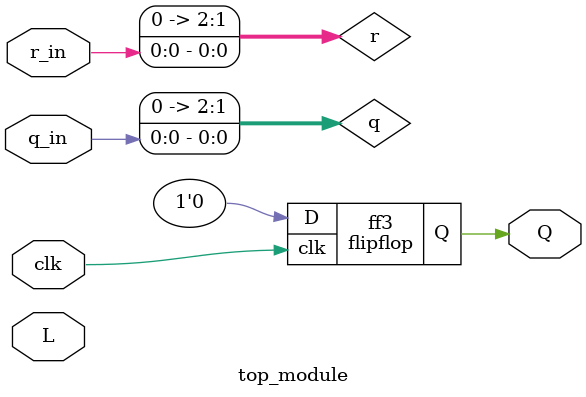
<source format=sv>
module flipflop (
    input clk,
    input D,
    output reg Q
);

always @(posedge clk) begin
    Q <= D;
end

endmodule
module mux2to1 (
    input I0,
    input I1,
    input SEL,
    output reg O
);

always @(SEL) begin
    if (SEL)
        O <= I1;
    else
        O <= I0;
end

endmodule
module top_module (
    input clk,
    input L,
    input q_in,
    input r_in,
    output reg Q
);

wire [2:0] r;
wire [2:0] q;

assign r = r_in;
assign q = q_in;

flipflop ff1 (.clk(clk), .D(q[0]), .Q(q[1]));
flipflop ff2 (.clk(clk), .D(q[1]), .Q(q[2]));
flipflop ff3 (.clk(clk), .D(q[2]), .Q(Q));

mux2to1 mux (.I0(r[0]), .I1(r[1]), .SEL(L), .O(q[0]));

endmodule

</source>
